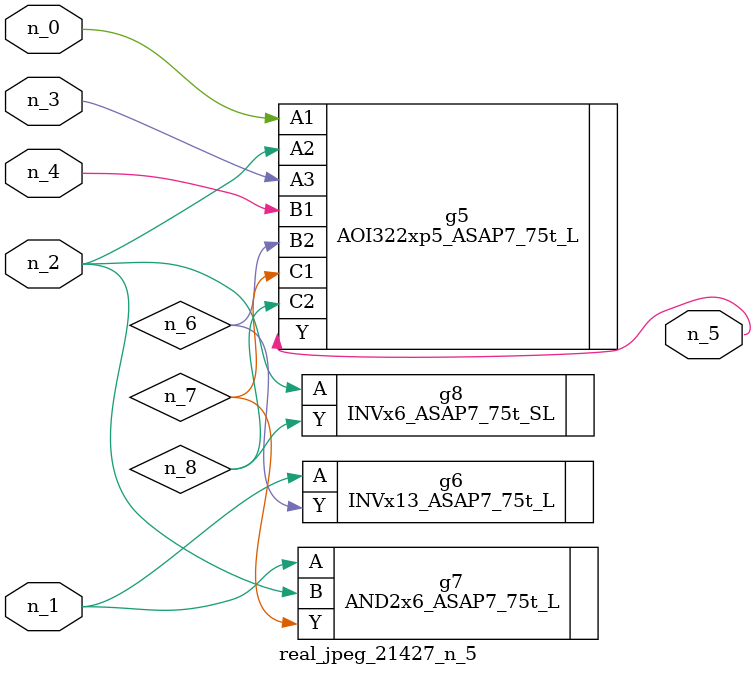
<source format=v>
module real_jpeg_21427_n_5 (n_4, n_0, n_1, n_2, n_3, n_5);

input n_4;
input n_0;
input n_1;
input n_2;
input n_3;

output n_5;

wire n_8;
wire n_6;
wire n_7;

AOI322xp5_ASAP7_75t_L g5 ( 
.A1(n_0),
.A2(n_2),
.A3(n_3),
.B1(n_4),
.B2(n_6),
.C1(n_7),
.C2(n_8),
.Y(n_5)
);

INVx13_ASAP7_75t_L g6 ( 
.A(n_1),
.Y(n_6)
);

AND2x6_ASAP7_75t_L g7 ( 
.A(n_1),
.B(n_2),
.Y(n_7)
);

INVx6_ASAP7_75t_SL g8 ( 
.A(n_2),
.Y(n_8)
);


endmodule
</source>
